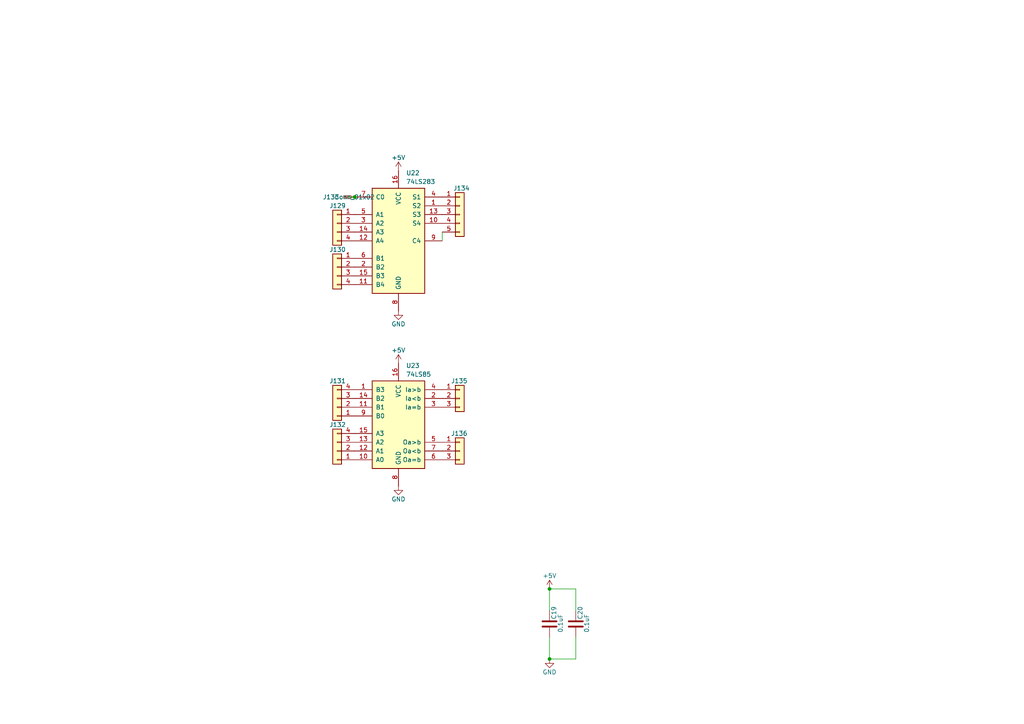
<source format=kicad_sch>
(kicad_sch (version 20231120) (generator "eeschema") (generator_version "8.0")
  (paper "A4")
  (lib_symbols
    (symbol "74xx:74LS283" (pin_names (offset 1.016))
      (property "Reference" "U" (at -7.62 16.51 0))
      (property "Value" "74LS283" (at -7.62 -16.51 0))
      (symbol "74LS283_1_0"
        (pin output line (at 12.7 10.16 180) (length 5.08) (name "S2") (number "1"))
        (pin output line (at 12.7 5.08 180) (length 5.08) (name "S4") (number "10"))
        (pin input line (at -12.7 -12.7 0) (length 5.08) (name "B4") (number "11"))
        (pin input line (at -12.7 0 0) (length 5.08) (name "A4") (number "12"))
        (pin output line (at 12.7 7.62 180) (length 5.08) (name "S3") (number "13"))
        (pin input line (at -12.7 2.54 0) (length 5.08) (name "A3") (number "14"))
        (pin input line (at -12.7 -10.16 0) (length 5.08) (name "B3") (number "15"))
        (pin power_in line (at 0 20.32 270) (length 5.08) (name "VCC") (number "16"))
        (pin input line (at -12.7 -7.62 0) (length 5.08) (name "B2") (number "2"))
        (pin input line (at -12.7 5.08 0) (length 5.08) (name "A2") (number "3"))
        (pin output line (at 12.7 12.7 180) (length 5.08) (name "S1") (number "4"))
        (pin input line (at -12.7 7.62 0) (length 5.08) (name "A1") (number "5"))
        (pin input line (at -12.7 -5.08 0) (length 5.08) (name "B1") (number "6"))
        (pin input line (at -12.7 12.7 0) (length 5.08) (name "C0") (number "7"))
        (pin power_in line (at 0 -20.32 90) (length 5.08) (name "GND") (number "8"))
        (pin output line (at 12.7 0 180) (length 5.08) (name "C4") (number "9"))
      )
      (symbol "74LS283_1_1"
        (rectangle (start -7.62 15.24) (end 7.62 -15.24) (stroke (width 0.254)) (fill (type background)))
      )
    )
    (symbol "74xx:74LS85" (pin_names (offset 1.016))
      (property "Reference" "U" (at -7.62 13.97 0))
      (property "Value" "74LS85" (at -7.62 -13.97 0))
      (symbol "74LS85_1_0"
        (pin input line (at -12.7 10.16 0) (length 5.08) (name "B3") (number "1"))
        (pin input line (at -12.7 -10.16 0) (length 5.08) (name "A0") (number "10"))
        (pin input line (at -12.7 5.08 0) (length 5.08) (name "B1") (number "11"))
        (pin input line (at -12.7 -7.62 0) (length 5.08) (name "A1") (number "12"))
        (pin input line (at -12.7 -5.08 0) (length 5.08) (name "A2") (number "13"))
        (pin input line (at -12.7 7.62 0) (length 5.08) (name "B2") (number "14"))
        (pin input line (at -12.7 -2.54 0) (length 5.08) (name "A3") (number "15"))
        (pin power_in line (at 0 17.78 270) (length 5.08) (name "VCC") (number "16"))
        (pin input line (at 12.7 7.62 180) (length 5.08) (name "Ia<b") (number "2"))
        (pin input line (at 12.7 5.08 180) (length 5.08) (name "Ia=b") (number "3"))
        (pin input line (at 12.7 10.16 180) (length 5.08) (name "Ia>b") (number "4"))
        (pin output line (at 12.7 -5.08 180) (length 5.08) (name "Oa>b") (number "5"))
        (pin output line (at 12.7 -10.16 180) (length 5.08) (name "Oa=b") (number "6"))
        (pin output line (at 12.7 -7.62 180) (length 5.08) (name "Oa<b") (number "7"))
        (pin power_in line (at 0 -17.78 90) (length 5.08) (name "GND") (number "8"))
        (pin input line (at -12.7 2.54 0) (length 5.08) (name "B0") (number "9"))
      )
      (symbol "74LS85_1_1"
        (rectangle (start -7.62 12.7) (end 7.62 -12.7) (stroke (width 0.254)) (fill (type background)))
      )
    )
    (symbol "Connector_Generic:Conn_01x03" (pin_names (offset 1.016) hide)
      (property "Reference" "J" (at 0 5.08 0))
      (property "Value" "Conn_01x03" (at 0 -5.08 0))
      (symbol "Conn_01x03_1_1"
        (rectangle (start -1.27 -2.413) (end 0 -2.667) (stroke (width 0.1524)))
        (rectangle (start -1.27 0.127) (end 0 -0.127) (stroke (width 0.1524)))
        (rectangle (start -1.27 2.667) (end 0 2.413) (stroke (width 0.1524)))
        (rectangle (start -1.27 3.81) (end 1.27 -3.81) (stroke (width 0.254)) (fill (type background)))
        (pin passive line (at -5.08 2.54 0) (length 3.81) (name "Pin_1") (number "1"))
        (pin passive line (at -5.08 0 0) (length 3.81) (name "Pin_2") (number "2"))
        (pin passive line (at -5.08 -2.54 0) (length 3.81) (name "Pin_3") (number "3"))
      )
    )
    (symbol "Connector_Generic:Conn_01x04" (pin_names (offset 1.016) hide)
      (property "Reference" "J" (at 0 5.08 0))
      (property "Value" "Conn_01x04" (at 0 -7.62 0))
      (symbol "Conn_01x04_1_1"
        (rectangle (start -1.27 -4.953) (end 0 -5.207) (stroke (width 0.1524)))
        (rectangle (start -1.27 -2.413) (end 0 -2.667) (stroke (width 0.1524)))
        (rectangle (start -1.27 0.127) (end 0 -0.127) (stroke (width 0.1524)))
        (rectangle (start -1.27 2.667) (end 0 2.413) (stroke (width 0.1524)))
        (rectangle (start -1.27 3.81) (end 1.27 -6.35) (stroke (width 0.254)) (fill (type background)))
        (pin passive line (at -5.08 2.54 0) (length 3.81) (name "Pin_1") (number "1"))
        (pin passive line (at -5.08 0 0) (length 3.81) (name "Pin_2") (number "2"))
        (pin passive line (at -5.08 -2.54 0) (length 3.81) (name "Pin_3") (number "3"))
        (pin passive line (at -5.08 -5.08 0) (length 3.81) (name "Pin_4") (number "4"))
      )
    )
    (symbol "Connector_Generic:Conn_01x05" (pin_names (offset 1.016) hide)
      (property "Reference" "J" (at 0 7.62 0))
      (property "Value" "Conn_01x05" (at 0 -7.62 0))
      (symbol "Conn_01x05_1_1"
        (rectangle (start -1.27 -4.953) (end 0 -5.207) (stroke (width 0.1524)))
        (rectangle (start -1.27 -2.413) (end 0 -2.667) (stroke (width 0.1524)))
        (rectangle (start -1.27 0.127) (end 0 -0.127) (stroke (width 0.1524)))
        (rectangle (start -1.27 2.667) (end 0 2.413) (stroke (width 0.1524)))
        (rectangle (start -1.27 5.207) (end 0 4.953) (stroke (width 0.1524)))
        (rectangle (start -1.27 6.35) (end 1.27 -6.35) (stroke (width 0.254)) (fill (type background)))
        (pin passive line (at -5.08 5.08 0) (length 3.81) (name "Pin_1") (number "1"))
        (pin passive line (at -5.08 2.54 0) (length 3.81) (name "Pin_2") (number "2"))
        (pin passive line (at -5.08 0 0) (length 3.81) (name "Pin_3") (number "3"))
        (pin passive line (at -5.08 -2.54 0) (length 3.81) (name "Pin_4") (number "4"))
        (pin passive line (at -5.08 -5.08 0) (length 3.81) (name "Pin_5") (number "5"))
      )
    )
    (symbol "Device:C" (pin_numbers hide) (pin_names (offset 0.254))
      (property "Reference" "C" (at 0.635 2.54 0))
      (property "Value" "C" (at 0.635 -2.54 0))
      (symbol "C_0_1"
        (polyline (pts (xy -2.032 -0.762) (xy 2.032 -0.762)) (stroke (width 0.508)))
        (polyline (pts (xy -2.032 0.762) (xy 2.032 0.762)) (stroke (width 0.508)))
      )
      (symbol "C_1_1"
        (pin passive line (at 0 3.81 270) (length 2.794) (name "~") (number "1"))
        (pin passive line (at 0 -3.81 90) (length 2.794) (name "~") (number "2"))
      )
    )
    (symbol "RetroStackLibrary:Conn_01x02_Short" (pin_numbers hide) (pin_names hide)
      (property "Reference" "J" (at 1.27 1.27 0))
      (symbol "Conn_01x02_Short_1_0"
        (pin passive line (at 0 0 0) (length 1) (name "~") (number "1"))
        (pin passive line (at 1.905 0 0) (length 1) (name "~") (number "2"))
      )
      (symbol "Conn_01x02_Short_1_1"
        (rectangle (start 1.016 0.381) (end 3.175 -0.381) (fill (type background)))
      )
    )
    (symbol "power:+5V" (power) (pin_names (offset 0))
      (property "Value" "+5V" (at 0 3.556 0))
      (symbol "+5V_0_1"
        (polyline (pts (xy -0.762 1.27) (xy 0 2.54)))
        (polyline (pts (xy 0 0) (xy 0 2.54)))
        (polyline (pts (xy 0 2.54) (xy 0.762 1.27)))
      )
      (symbol "+5V_1_1"
        (pin power_in line (at 0 0 90) (length 0) hide (name "+5V") (number "1"))
      )
    )
    (symbol "power:GND" (power) (pin_names (offset 0))
      (property "Value" "GND" (at 0 -3.81 0))
      (symbol "GND_0_1"
        (polyline (pts (xy 0 0) (xy 0 -1.27) (xy 1.27 -1.27) (xy 0 -2.54) (xy -1.27 -1.27) (xy 0 -1.27)))
      )
      (symbol "GND_1_1"
        (pin power_in line (at 0 0 270) (length 0) hide (name "GND") (number "1"))
      )
    )
  )
  (junction (at 102.87 57.15))
  (junction (at 159.385 191.135))
  (junction (at 159.385 170.815))
  (wire (pts (xy 159.385 191.135) (xy 167.005 191.135)))
  (wire (pts (xy 167.005 184.785) (xy 167.005 191.135)))
  (wire (pts (xy 159.385 177.165) (xy 159.385 170.815)))
  (wire (pts (xy 167.005 177.165) (xy 167.005 170.815)))
  (wire (pts (xy 128.27 67.31) (xy 128.27 69.85)))
  (wire (pts (xy 102.87 57.15) (xy 100.965 57.15)))
  (wire (pts (xy 159.385 170.815) (xy 167.005 170.815)))
  (wire (pts (xy 159.385 184.785) (xy 159.385 191.135)))
  (symbol (lib_id "Connector_Generic:Conn_01x03") (at 133.35 115.57 0) (unit 1)
    (property "Reference" "J135" (at 130.81 110.49 0) (effects (justify left)))
    (property "Value" "Conn_01x03" (effects (hide yes)))
    (property "Footprint" "Connector_PinSocket_2.54mm:PinSocket_1x03_P2.54mm_Vertical" (effects (hide yes)))
  )
  (symbol (lib_id "Device:C") (at 167.005 180.975 0) (unit 1)
    (property "Reference" "C20" (at 168.275 179.705 90) (effects (justify left)))
    (property "Value" "0.1uF" (at 170.18 183.515 90) (effects (justify left)))
    (property "Footprint" "Capacitor_SMD:C_0805_2012Metric_Pad1.18x1.45mm_HandSolder" (effects (hide yes)))
  )
  (symbol (lib_id "power:+5V") (at 159.385 170.815 0) (unit 1)
    (property "Reference" "#PWR037" (effects (hide yes)))
    (property "Value" "+5V" (at 159.385 167.005 0))
  )
  (symbol (lib_id "Connector_Generic:Conn_01x03") (at 133.35 130.81 0) (unit 1)
    (property "Reference" "J136" (at 130.81 125.73 0) (effects (justify left)))
    (property "Value" "Conn_01x03" (effects (hide yes)))
    (property "Footprint" "Connector_PinSocket_2.54mm:PinSocket_1x03_P2.54mm_Vertical" (effects (hide yes)))
  )
  (symbol (lib_id "power:+5V") (at 115.57 105.41 0) (unit 1)
    (property "Reference" "#PWR035" (effects (hide yes)))
    (property "Value" "+5V" (at 115.57 101.6 0))
  )
  (symbol (lib_id "power:GND") (at 115.57 140.97 0) (unit 1)
    (property "Reference" "#PWR036" (effects (hide yes)))
    (property "Value" "GND" (at 115.57 144.78 0))
  )
  (symbol (lib_id "Connector_Generic:Conn_01x05") (at 133.35 62.23 0) (unit 1)
    (property "Reference" "J134" (at 131.445 54.61 0) (effects (justify left)))
    (property "Value" "Conn_01x05" (effects (hide yes)))
    (property "Footprint" "Connector_PinSocket_2.54mm:PinSocket_1x05_P2.54mm_Vertical" (effects (hide yes)))
  )
  (symbol (lib_id "74xx:74LS85") (at 115.57 123.19 0) (unit 1)
    (property "Reference" "U23" (at 117.7641 106.045 0) (effects (justify left)))
    (property "Value" "74LS85" (at 117.7641 108.585 0) (effects (justify left)))
    (property "Footprint" "Package_SO:SOIC-16_3.9x9.9mm_P1.27mm" (effects (hide yes)))
    (property "Datasheet" "http://www.ti.com/lit/gpn/sn74LS85" (effects (hide yes)))
  )
  (symbol (lib_id "Device:C") (at 159.385 180.975 0) (unit 1)
    (property "Reference" "C19" (at 160.655 179.705 90) (effects (justify left)))
    (property "Value" "0.1uF" (at 162.56 183.515 90) (effects (justify left)))
    (property "Footprint" "Capacitor_SMD:C_0805_2012Metric_Pad1.18x1.45mm_HandSolder" (effects (hide yes)))
  )
  (symbol (lib_id "Connector_Generic:Conn_01x04") (at 97.79 77.47 0) (mirror y) (unit 1)
    (property "Reference" "J130" (at 100.33 72.39 0) (effects (justify left)))
    (property "Value" "Conn_01x04" (effects (hide yes)))
    (property "Footprint" "Connector_PinSocket_2.54mm:PinSocket_1x04_P2.54mm_Vertical" (effects (hide yes)))
  )
  (symbol (lib_id "power:GND") (at 115.57 90.17 0) (unit 1)
    (property "Reference" "#PWR034" (effects (hide yes)))
    (property "Value" "GND" (at 115.57 93.98 0))
  )
  (symbol (lib_id "RetroStackLibrary:Conn_01x02_Short") (at 102.87 57.15 180) (unit 1)
    (property "Reference" "J133" (at 98.425 57.15 0) (effects (justify left)))
    (property "Value" "Conn_01x02" (at 102.87 57.15 0))
    (property "Footprint" "Connector_PinSocket_2.54mm:PinSocket_1x02_P2.54mm_Vertical" (effects (hide yes)))
  )
  (symbol (lib_id "Connector_Generic:Conn_01x04") (at 97.79 130.81 180) (unit 1)
    (property "Reference" "J132" (at 100.33 123.19 0) (effects (justify left)))
    (property "Value" "Conn_01x04" (effects (hide yes)))
    (property "Footprint" "Connector_PinSocket_2.54mm:PinSocket_1x04_P2.54mm_Vertical" (effects (hide yes)))
  )
  (symbol (lib_id "Connector_Generic:Conn_01x04") (at 97.79 118.11 180) (unit 1)
    (property "Reference" "J131" (at 100.33 110.49 0) (effects (justify left)))
    (property "Value" "Conn_01x04" (effects (hide yes)))
    (property "Footprint" "Connector_PinSocket_2.54mm:PinSocket_1x04_P2.54mm_Vertical" (effects (hide yes)))
  )
  (symbol (lib_id "74xx:74LS283") (at 115.57 69.85 0) (unit 1)
    (property "Reference" "U22" (at 117.7641 50.165 0) (effects (justify left)))
    (property "Value" "74LS283" (at 117.7641 52.705 0) (effects (justify left)))
    (property "Footprint" "Package_SO:SOIC-16_3.9x9.9mm_P1.27mm" (effects (hide yes)))
    (property "Datasheet" "http://www.ti.com/lit/gpn/sn74LS283" (effects (hide yes)))
  )
  (symbol (lib_id "power:GND") (at 159.385 191.135 0) (unit 1)
    (property "Reference" "#PWR038" (effects (hide yes)))
    (property "Value" "GND" (at 159.385 194.945 0))
  )
  (symbol (lib_id "power:+5V") (at 115.57 49.53 0) (unit 1)
    (property "Reference" "#PWR033" (effects (hide yes)))
    (property "Value" "+5V" (at 115.57 45.72 0))
  )
  (symbol (lib_id "Connector_Generic:Conn_01x04") (at 97.79 64.77 0) (mirror y) (unit 1)
    (property "Reference" "J129" (at 100.33 59.69 0) (effects (justify left)))
    (property "Value" "Conn_01x04" (effects (hide yes)))
    (property "Footprint" "Connector_PinSocket_2.54mm:PinSocket_1x04_P2.54mm_Vertical" (effects (hide yes)))
  )
)
</source>
